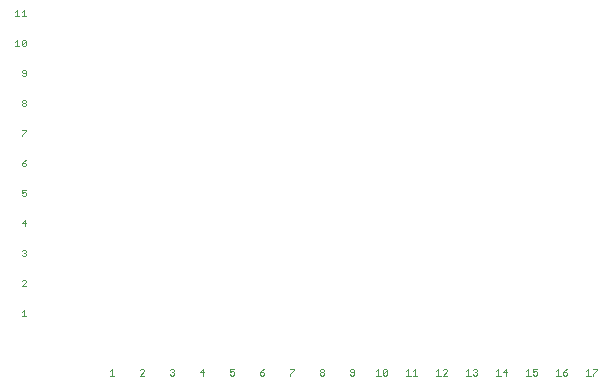
<source format=gko>
G75*
%MOIN*%
%OFA0B0*%
%FSLAX25Y25*%
%IPPOS*%
%LPD*%
%AMOC8*
5,1,8,0,0,1.08239X$1,22.5*
%
%ADD10C,0.00200*%
D10*
X0030628Y0033527D02*
X0032096Y0033527D01*
X0031362Y0033527D02*
X0031362Y0035729D01*
X0030628Y0034995D01*
X0030628Y0043527D02*
X0032096Y0044995D01*
X0032096Y0045362D01*
X0031729Y0045729D01*
X0030995Y0045729D01*
X0030628Y0045362D01*
X0030628Y0043527D02*
X0032096Y0043527D01*
X0031729Y0053527D02*
X0030995Y0053527D01*
X0030628Y0053894D01*
X0031362Y0054628D02*
X0031729Y0054628D01*
X0032096Y0054261D01*
X0032096Y0053894D01*
X0031729Y0053527D01*
X0031729Y0054628D02*
X0032096Y0054995D01*
X0032096Y0055362D01*
X0031729Y0055729D01*
X0030995Y0055729D01*
X0030628Y0055362D01*
X0031729Y0063527D02*
X0031729Y0065729D01*
X0030628Y0064628D01*
X0032096Y0064628D01*
X0031729Y0073527D02*
X0030995Y0073527D01*
X0030628Y0073894D01*
X0030628Y0074628D02*
X0031362Y0074995D01*
X0031729Y0074995D01*
X0032096Y0074628D01*
X0032096Y0073894D01*
X0031729Y0073527D01*
X0030628Y0074628D02*
X0030628Y0075729D01*
X0032096Y0075729D01*
X0031729Y0083527D02*
X0032096Y0083894D01*
X0032096Y0084261D01*
X0031729Y0084628D01*
X0030628Y0084628D01*
X0030628Y0083894D01*
X0030995Y0083527D01*
X0031729Y0083527D01*
X0030628Y0084628D02*
X0031362Y0085362D01*
X0032096Y0085729D01*
X0030628Y0093527D02*
X0030628Y0093894D01*
X0032096Y0095362D01*
X0032096Y0095729D01*
X0030628Y0095729D01*
X0030995Y0103527D02*
X0030628Y0103894D01*
X0030628Y0104261D01*
X0030995Y0104628D01*
X0031729Y0104628D01*
X0032096Y0104261D01*
X0032096Y0103894D01*
X0031729Y0103527D01*
X0030995Y0103527D01*
X0030995Y0104628D02*
X0030628Y0104995D01*
X0030628Y0105362D01*
X0030995Y0105729D01*
X0031729Y0105729D01*
X0032096Y0105362D01*
X0032096Y0104995D01*
X0031729Y0104628D01*
X0031729Y0113527D02*
X0032096Y0113894D01*
X0032096Y0115362D01*
X0031729Y0115729D01*
X0030995Y0115729D01*
X0030628Y0115362D01*
X0030628Y0114995D01*
X0030995Y0114628D01*
X0032096Y0114628D01*
X0031729Y0113527D02*
X0030995Y0113527D01*
X0030628Y0113894D01*
X0030995Y0123527D02*
X0030628Y0123894D01*
X0032096Y0125362D01*
X0032096Y0123894D01*
X0031729Y0123527D01*
X0030995Y0123527D01*
X0030628Y0123894D02*
X0030628Y0125362D01*
X0030995Y0125729D01*
X0031729Y0125729D01*
X0032096Y0125362D01*
X0029886Y0123527D02*
X0028419Y0123527D01*
X0029153Y0123527D02*
X0029153Y0125729D01*
X0028419Y0124995D01*
X0028419Y0133527D02*
X0029886Y0133527D01*
X0029153Y0133527D02*
X0029153Y0135729D01*
X0028419Y0134995D01*
X0030628Y0134995D02*
X0031362Y0135729D01*
X0031362Y0133527D01*
X0030628Y0133527D02*
X0032096Y0133527D01*
X0060727Y0015929D02*
X0060727Y0013727D01*
X0059993Y0013727D02*
X0061461Y0013727D01*
X0059993Y0015195D02*
X0060727Y0015929D01*
X0069993Y0015562D02*
X0070360Y0015929D01*
X0071094Y0015929D01*
X0071461Y0015562D01*
X0071461Y0015195D01*
X0069993Y0013727D01*
X0071461Y0013727D01*
X0079993Y0014094D02*
X0080360Y0013727D01*
X0081094Y0013727D01*
X0081461Y0014094D01*
X0081461Y0014461D01*
X0081094Y0014828D01*
X0080727Y0014828D01*
X0081094Y0014828D02*
X0081461Y0015195D01*
X0081461Y0015562D01*
X0081094Y0015929D01*
X0080360Y0015929D01*
X0079993Y0015562D01*
X0089993Y0014828D02*
X0091461Y0014828D01*
X0091094Y0015929D02*
X0089993Y0014828D01*
X0091094Y0013727D02*
X0091094Y0015929D01*
X0099993Y0015929D02*
X0099993Y0014828D01*
X0100727Y0015195D01*
X0101094Y0015195D01*
X0101461Y0014828D01*
X0101461Y0014094D01*
X0101094Y0013727D01*
X0100360Y0013727D01*
X0099993Y0014094D01*
X0099993Y0015929D02*
X0101461Y0015929D01*
X0109993Y0014828D02*
X0111094Y0014828D01*
X0111461Y0014461D01*
X0111461Y0014094D01*
X0111094Y0013727D01*
X0110360Y0013727D01*
X0109993Y0014094D01*
X0109993Y0014828D01*
X0110727Y0015562D01*
X0111461Y0015929D01*
X0119993Y0015929D02*
X0121461Y0015929D01*
X0121461Y0015562D01*
X0119993Y0014094D01*
X0119993Y0013727D01*
X0129993Y0014094D02*
X0129993Y0014461D01*
X0130360Y0014828D01*
X0131094Y0014828D01*
X0131461Y0014461D01*
X0131461Y0014094D01*
X0131094Y0013727D01*
X0130360Y0013727D01*
X0129993Y0014094D01*
X0130360Y0014828D02*
X0129993Y0015195D01*
X0129993Y0015562D01*
X0130360Y0015929D01*
X0131094Y0015929D01*
X0131461Y0015562D01*
X0131461Y0015195D01*
X0131094Y0014828D01*
X0139993Y0015195D02*
X0140360Y0014828D01*
X0141461Y0014828D01*
X0141461Y0014094D02*
X0141461Y0015562D01*
X0141094Y0015929D01*
X0140360Y0015929D01*
X0139993Y0015562D01*
X0139993Y0015195D01*
X0139993Y0014094D02*
X0140360Y0013727D01*
X0141094Y0013727D01*
X0141461Y0014094D01*
X0148888Y0013727D02*
X0150356Y0013727D01*
X0149622Y0013727D02*
X0149622Y0015929D01*
X0148888Y0015195D01*
X0151098Y0015562D02*
X0151098Y0014094D01*
X0152566Y0015562D01*
X0152566Y0014094D01*
X0152199Y0013727D01*
X0151465Y0013727D01*
X0151098Y0014094D01*
X0151098Y0015562D02*
X0151465Y0015929D01*
X0152199Y0015929D01*
X0152566Y0015562D01*
X0158888Y0015195D02*
X0159622Y0015929D01*
X0159622Y0013727D01*
X0158888Y0013727D02*
X0160356Y0013727D01*
X0161098Y0013727D02*
X0162566Y0013727D01*
X0161832Y0013727D02*
X0161832Y0015929D01*
X0161098Y0015195D01*
X0168888Y0015195D02*
X0169622Y0015929D01*
X0169622Y0013727D01*
X0168888Y0013727D02*
X0170356Y0013727D01*
X0171098Y0013727D02*
X0172566Y0015195D01*
X0172566Y0015562D01*
X0172199Y0015929D01*
X0171465Y0015929D01*
X0171098Y0015562D01*
X0171098Y0013727D02*
X0172566Y0013727D01*
X0178888Y0013727D02*
X0180356Y0013727D01*
X0179622Y0013727D02*
X0179622Y0015929D01*
X0178888Y0015195D01*
X0181098Y0015562D02*
X0181465Y0015929D01*
X0182199Y0015929D01*
X0182566Y0015562D01*
X0182566Y0015195D01*
X0182199Y0014828D01*
X0182566Y0014461D01*
X0182566Y0014094D01*
X0182199Y0013727D01*
X0181465Y0013727D01*
X0181098Y0014094D01*
X0181832Y0014828D02*
X0182199Y0014828D01*
X0188888Y0015195D02*
X0189622Y0015929D01*
X0189622Y0013727D01*
X0188888Y0013727D02*
X0190356Y0013727D01*
X0191098Y0014828D02*
X0192566Y0014828D01*
X0192199Y0013727D02*
X0192199Y0015929D01*
X0191098Y0014828D01*
X0198888Y0015195D02*
X0199622Y0015929D01*
X0199622Y0013727D01*
X0198888Y0013727D02*
X0200356Y0013727D01*
X0201098Y0014094D02*
X0201465Y0013727D01*
X0202199Y0013727D01*
X0202566Y0014094D01*
X0202566Y0014828D01*
X0202199Y0015195D01*
X0201832Y0015195D01*
X0201098Y0014828D01*
X0201098Y0015929D01*
X0202566Y0015929D01*
X0208888Y0015195D02*
X0209622Y0015929D01*
X0209622Y0013727D01*
X0208888Y0013727D02*
X0210356Y0013727D01*
X0211098Y0014094D02*
X0211465Y0013727D01*
X0212199Y0013727D01*
X0212566Y0014094D01*
X0212566Y0014461D01*
X0212199Y0014828D01*
X0211098Y0014828D01*
X0211098Y0014094D01*
X0211098Y0014828D02*
X0211832Y0015562D01*
X0212566Y0015929D01*
X0218888Y0015195D02*
X0219622Y0015929D01*
X0219622Y0013727D01*
X0218888Y0013727D02*
X0220356Y0013727D01*
X0221098Y0013727D02*
X0221098Y0014094D01*
X0222566Y0015562D01*
X0222566Y0015929D01*
X0221098Y0015929D01*
M02*

</source>
